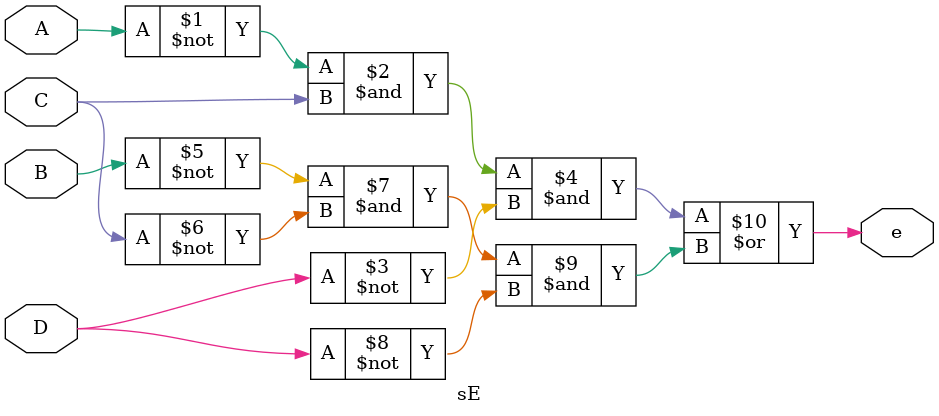
<source format=v>
module sE(
    input A,
    input B,
    input C,
    input D,
    output e
);
	 //e = A'CD' + B'C'D'

    assign e = (~A & C & ~D) | (~B & ~C & ~D);
	 
endmodule 
</source>
